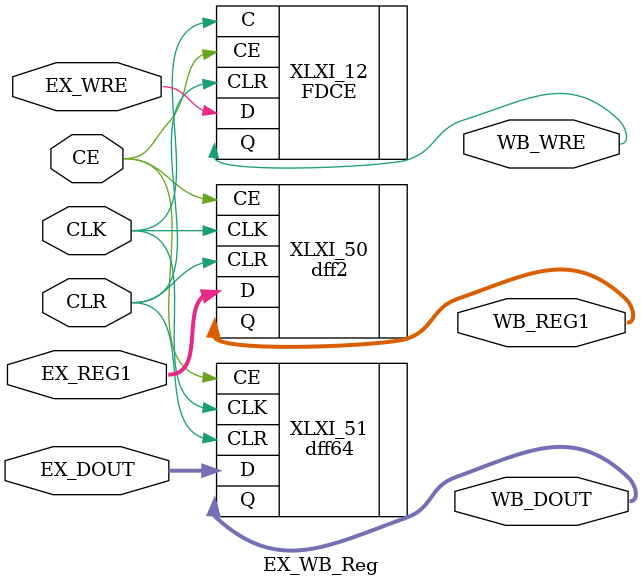
<source format=v>
`timescale 1ns / 1ps

module EX_WB_Reg(CE, 
                 CLK, 
                 CLR, 
                 EX_DOUT, 
                 EX_REG1, 
                 EX_WRE, 
                 WB_DOUT, 
                 WB_REG1, 
                 WB_WRE);

    input CE;
    input CLK;
    input CLR;
    input [63:0] EX_DOUT;
    input [1:0] EX_REG1;
    input EX_WRE;
   output [63:0] WB_DOUT;
   output [1:0] WB_REG1;
   output WB_WRE;
   
   
   FDCE XLXI_12 (.C(CLK), 
                 .CE(CE), 
                 .CLR(CLR), 
                 .D(EX_WRE), 
                 .Q(WB_WRE));
   defparam XLXI_12.INIT = 1'b0;
   dff2 XLXI_50 (.CE(CE), 
                 .CLK(CLK), 
                 .CLR(CLR), 
                 .D(EX_REG1[1:0]), 
                 .Q(WB_REG1[1:0]));
   dff64 XLXI_51 (.CE(CE), 
                  .CLK(CLK), 
                  .CLR(CLR), 
                  .D(EX_DOUT[63:0]), 
                  .Q(WB_DOUT[63:0]));
endmodule

</source>
